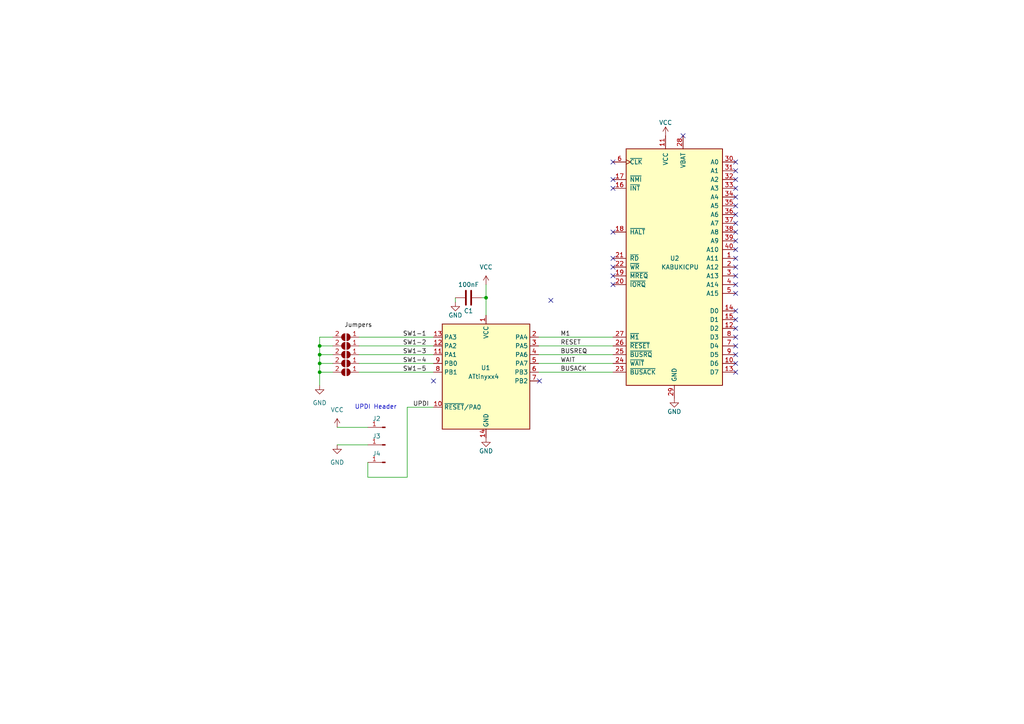
<source format=kicad_sch>
(kicad_sch (version 20231120) (generator "eeschema") (generator_version "8.0")
  (paper "A4")
  (title_block (title "OpenKey Kabuki CR") (date "${REV}") (rev "${REV}"))
  (lib_symbols
    (symbol "Connector:Conn_01x01_Male" (pin_names (offset 1.016) hide)
      (property "Reference" "J" (at 0 2.54 0))
      (property "Value" "Conn_01x01_Male" (at 0 -2.54 0))
      (symbol "Conn_01x01_Male_1_1"
        (polyline (pts (xy 1.27 0) (xy 0.8636 0)) (stroke (width 0.1524)))
        (rectangle (start 0.8636 0.127) (end 0 -0.127) (stroke (width 0.1524)) (fill (type outline)))
        (pin passive line (at 5.08 0 180) (length 3.81) (name "Pin_1") (number "1"))
      )
    )
    (symbol "Device:C" (pin_numbers hide) (pin_names (offset 0.254))
      (property "Reference" "C" (at 0.635 2.54 0))
      (property "Value" "C" (at 0.635 -2.54 0))
      (symbol "C_0_1"
        (polyline (pts (xy -2.032 -0.762) (xy 2.032 -0.762)) (stroke (width 0.508)))
        (polyline (pts (xy -2.032 0.762) (xy 2.032 0.762)) (stroke (width 0.508)))
      )
      (symbol "C_1_1"
        (pin passive line (at 0 3.81 270) (length 2.794) (name "~") (number "1"))
        (pin passive line (at 0 -3.81 90) (length 2.794) (name "~") (number "2"))
      )
    )
    (symbol "Jumper:SolderJumper_2_Open" (pin_names (offset 0) hide)
      (property "Reference" "JP" (at 0 2.032 0))
      (property "Value" "SolderJumper_2_Open" (at 0 -2.54 0))
      (symbol "SolderJumper_2_Open_0_1"
        (arc (start -0.254 1.016) (mid -1.2656 0) (end -0.254 -1.016))
        (arc (start -0.254 1.016) (mid -1.2656 0) (end -0.254 -1.016) (fill (type outline)))
        (polyline (pts (xy -0.254 1.016) (xy -0.254 -1.016)))
        (polyline (pts (xy 0.254 1.016) (xy 0.254 -1.016)))
        (arc (start 0.254 -1.016) (mid 1.2656 0) (end 0.254 1.016))
        (arc (start 0.254 -1.016) (mid 1.2656 0) (end 0.254 1.016) (fill (type outline)))
      )
      (symbol "SolderJumper_2_Open_1_1"
        (pin passive line (at -3.81 0 0) (length 2.54) (name "A") (number "1"))
        (pin passive line (at 3.81 0 180) (length 2.54) (name "B") (number "2"))
      )
    )
    (symbol "openkey:ATtiny4x4"
      (property "Reference" "U" (at -12.7 16.51 0))
      (property "Value" "ATtiny4x4" (at 2.54 -16.51 0))
      (symbol "ATtiny4x4_0_1"
        (rectangle (start -12.7 -15.24) (end 12.7 15.24) (stroke (width 0.254)) (fill (type background)))
      )
      (symbol "ATtiny4x4_1_1"
        (pin power_in line (at 0 17.78 270) (length 2.54) (name "VCC") (number "1"))
        (pin bidirectional line (at 15.24 -8.89 180) (length 2.54) (name "~{RESET}/PA0") (number "10"))
        (pin bidirectional line (at 15.24 6.35 180) (length 2.54) (name "PA1") (number "11"))
        (pin bidirectional line (at 15.24 8.89 180) (length 2.54) (name "PA2") (number "12"))
        (pin bidirectional line (at 15.24 11.43 180) (length 2.54) (name "PA3") (number "13"))
        (pin power_in line (at 0 -17.78 90) (length 2.54) (name "GND") (number "14"))
        (pin bidirectional line (at -15.24 11.43 0) (length 2.54) (name "PA4") (number "2"))
        (pin bidirectional line (at -15.24 8.89 0) (length 2.54) (name "PA5") (number "3"))
        (pin bidirectional line (at -15.24 6.35 0) (length 2.54) (name "PA6") (number "4"))
        (pin bidirectional line (at -15.24 3.81 0) (length 2.54) (name "PA7") (number "5"))
        (pin bidirectional line (at -15.24 1.27 0) (length 2.54) (name "PB3") (number "6"))
        (pin bidirectional line (at -15.24 -1.27 0) (length 2.54) (name "PB2") (number "7"))
        (pin bidirectional line (at 15.24 1.27 180) (length 2.54) (name "PB1") (number "8"))
        (pin bidirectional line (at 15.24 3.81 180) (length 2.54) (name "PB0") (number "9"))
      )
    )
    (symbol "openkey:KABUKICPU" (pin_names (offset 1.016))
      (property "Reference" "U" (at -13.97 35.56 0))
      (property "Value" "KABUKICPU" (at 6.35 35.56 0))
      (symbol "KABUKICPU_0_1"
        (rectangle (start -13.97 34.29) (end 13.97 -34.29) (stroke (width 0.254)) (fill (type background)))
      )
      (symbol "KABUKICPU_1_1"
        (pin output line (at 17.78 2.54 180) (length 3.81) (name "A11") (number "1"))
        (pin bidirectional line (at 17.78 -27.94 180) (length 3.81) (name "D6") (number "10"))
        (pin power_in line (at -2.54 38.1 270) (length 3.81) (name "VCC") (number "11"))
        (pin bidirectional line (at 17.78 -17.78 180) (length 3.81) (name "D2") (number "12"))
        (pin bidirectional line (at 17.78 -30.48 180) (length 3.81) (name "D7") (number "13"))
        (pin bidirectional line (at 17.78 -12.7 180) (length 3.81) (name "D0") (number "14"))
        (pin bidirectional line (at 17.78 -15.24 180) (length 3.81) (name "D1") (number "15"))
        (pin input line (at -17.78 22.86 0) (length 3.81) (name "~{INT}") (number "16"))
        (pin input line (at -17.78 25.4 0) (length 3.81) (name "~{NMI}") (number "17"))
        (pin output line (at -17.78 10.16 0) (length 3.81) (name "~{HALT}") (number "18"))
        (pin output line (at -17.78 -2.54 0) (length 3.81) (name "~{MREQ}") (number "19"))
        (pin output line (at 17.78 0 180) (length 3.81) (name "A12") (number "2"))
        (pin output line (at -17.78 -5.08 0) (length 3.81) (name "~{IORQ}") (number "20"))
        (pin output line (at -17.78 2.54 0) (length 3.81) (name "~{RD}") (number "21"))
        (pin output line (at -17.78 0 0) (length 3.81) (name "~{WR}") (number "22"))
        (pin output line (at -17.78 -30.48 0) (length 3.81) (name "~{BUSACK}") (number "23"))
        (pin input line (at -17.78 -27.94 0) (length 3.81) (name "~{WAIT}") (number "24"))
        (pin input line (at -17.78 -25.4 0) (length 3.81) (name "~{BUSRQ}") (number "25"))
        (pin input line (at -17.78 -22.86 0) (length 3.81) (name "~{RESET}") (number "26"))
        (pin output line (at -17.78 -20.32 0) (length 3.81) (name "~{M1}") (number "27"))
        (pin power_in line (at 2.54 38.1 270) (length 3.81) (name "VBAT") (number "28"))
        (pin power_in line (at 0 -38.1 90) (length 3.81) (name "GND") (number "29"))
        (pin output line (at 17.78 -2.54 180) (length 3.81) (name "A13") (number "3"))
        (pin output line (at 17.78 30.48 180) (length 3.81) (name "A0") (number "30"))
        (pin output line (at 17.78 27.94 180) (length 3.81) (name "A1") (number "31"))
        (pin output line (at 17.78 25.4 180) (length 3.81) (name "A2") (number "32"))
        (pin output line (at 17.78 22.86 180) (length 3.81) (name "A3") (number "33"))
        (pin output line (at 17.78 20.32 180) (length 3.81) (name "A4") (number "34"))
        (pin output line (at 17.78 17.78 180) (length 3.81) (name "A5") (number "35"))
        (pin output line (at 17.78 15.24 180) (length 3.81) (name "A6") (number "36"))
        (pin output line (at 17.78 12.7 180) (length 3.81) (name "A7") (number "37"))
        (pin output line (at 17.78 10.16 180) (length 3.81) (name "A8") (number "38"))
        (pin output line (at 17.78 7.62 180) (length 3.81) (name "A9") (number "39"))
        (pin output line (at 17.78 -5.08 180) (length 3.81) (name "A14") (number "4"))
        (pin output line (at 17.78 5.08 180) (length 3.81) (name "A10") (number "40"))
        (pin output line (at 17.78 -7.62 180) (length 3.81) (name "A15") (number "5"))
        (pin input clock (at -17.78 30.48 0) (length 3.81) (name "~{CLK}") (number "6"))
        (pin bidirectional line (at 17.78 -22.86 180) (length 3.81) (name "D4") (number "7"))
        (pin bidirectional line (at 17.78 -20.32 180) (length 3.81) (name "D3") (number "8"))
        (pin bidirectional line (at 17.78 -25.4 180) (length 3.81) (name "D5") (number "9"))
      )
    )
    (symbol "power:GND" (power) (pin_names (offset 0))
      (property "Value" "GND" (at 0 -3.81 0))
      (symbol "GND_0_1"
        (polyline (pts (xy 0 0) (xy 0 -1.27) (xy 1.27 -1.27) (xy 0 -2.54) (xy -1.27 -1.27) (xy 0 -1.27)))
      )
      (symbol "GND_1_1"
        (pin power_in line (at 0 0 270) (length 0) hide (name "GND") (number "1"))
      )
    )
    (symbol "power:VCC" (power) (pin_names (offset 0))
      (property "Value" "VCC" (at 0 3.81 0))
      (symbol "VCC_0_1"
        (polyline (pts (xy -0.762 1.27) (xy 0 2.54)))
        (polyline (pts (xy 0 0) (xy 0 2.54)))
        (polyline (pts (xy 0 2.54) (xy 0.762 1.27)))
      )
      (symbol "VCC_1_1"
        (pin power_in line (at 0 0 90) (length 0) hide (name "VCC") (number "1"))
      )
    )
  )
  (junction (at 92.71 107.95))
  (junction (at 92.71 105.41))
  (junction (at 92.71 100.33))
  (junction (at 92.71 102.87))
  (junction (at 140.97 86.36))
  (no_connect (at 159.766 87.122))
  (no_connect (at 156.464 110.49))
  (no_connect (at 177.8 77.47))
  (no_connect (at 177.8 82.55))
  (no_connect (at 177.8 52.07))
  (no_connect (at 177.8 46.99))
  (no_connect (at 177.8 67.31))
  (no_connect (at 198.12 39.37))
  (no_connect (at 177.8 80.01))
  (no_connect (at 125.73 110.49))
  (no_connect (at 177.8 74.93))
  (no_connect (at 177.8 54.61))
  (no_connect (at 213.36 54.61))
  (no_connect (at 213.36 102.87))
  (no_connect (at 213.36 105.41))
  (no_connect (at 213.36 107.95))
  (no_connect (at 213.36 46.99))
  (no_connect (at 213.36 49.53))
  (no_connect (at 213.36 52.07))
  (no_connect (at 213.36 57.15))
  (no_connect (at 213.36 59.69))
  (no_connect (at 213.36 62.23))
  (no_connect (at 213.36 64.77))
  (no_connect (at 213.36 67.31))
  (no_connect (at 213.36 72.39))
  (no_connect (at 213.36 69.85))
  (no_connect (at 213.36 74.93))
  (no_connect (at 213.36 77.47))
  (no_connect (at 213.36 80.01))
  (no_connect (at 213.36 82.55))
  (no_connect (at 213.36 85.09))
  (no_connect (at 213.36 90.17))
  (no_connect (at 213.36 92.71))
  (no_connect (at 213.36 95.25))
  (no_connect (at 213.36 97.79))
  (no_connect (at 213.36 100.33))
  (wire (pts (xy 92.71 105.41) (xy 92.71 107.95)))
  (wire (pts (xy 96.52 107.95) (xy 92.71 107.95)))
  (wire (pts (xy 118.11 138.43) (xy 106.68 138.43)))
  (wire (pts (xy 156.21 102.87) (xy 177.8 102.87)))
  (wire (pts (xy 96.52 97.79) (xy 92.71 97.79)))
  (wire (pts (xy 104.14 97.79) (xy 125.73 97.79)))
  (wire (pts (xy 156.21 97.79) (xy 177.8 97.79)))
  (wire (pts (xy 139.7 86.36) (xy 140.97 86.36)))
  (wire (pts (xy 96.52 102.87) (xy 92.71 102.87)))
  (wire (pts (xy 140.97 86.36) (xy 140.97 91.44)))
  (wire (pts (xy 96.52 105.41) (xy 92.71 105.41)))
  (wire (pts (xy 118.11 118.11) (xy 118.11 138.43)))
  (wire (pts (xy 156.21 107.95) (xy 177.8 107.95)))
  (wire (pts (xy 104.14 105.41) (xy 125.73 105.41)))
  (wire (pts (xy 92.71 100.33) (xy 92.71 102.87)))
  (wire (pts (xy 156.21 100.33) (xy 177.8 100.33)))
  (wire (pts (xy 92.71 102.87) (xy 92.71 105.41)))
  (wire (pts (xy 106.68 134.112) (xy 106.68 138.43)))
  (wire (pts (xy 125.73 118.11) (xy 118.11 118.11)))
  (wire (pts (xy 104.14 100.33) (xy 125.73 100.33)))
  (wire (pts (xy 132.08 86.36) (xy 132.08 87.63)))
  (wire (pts (xy 104.14 102.87) (xy 125.73 102.87)))
  (wire (pts (xy 97.79 123.952) (xy 106.68 123.952)))
  (wire (pts (xy 92.71 97.79) (xy 92.71 100.33)))
  (wire (pts (xy 140.97 82.55) (xy 140.97 86.36)))
  (wire (pts (xy 92.71 107.95) (xy 92.71 111.76)))
  (wire (pts (xy 96.52 100.33) (xy 92.71 100.33)))
  (wire (pts (xy 97.79 129.032) (xy 106.68 129.032)))
  (wire (pts (xy 156.21 105.41) (xy 177.8 105.41)))
  (wire (pts (xy 104.14 107.95) (xy 125.73 107.95)))
  (text "UPDI Header" (at 102.87 118.872 0) (effects (font (size 1.27 1.27)) (justify left bottom)))
  (label "BUSREQ" (at 162.56 102.87 0))
  (label "BUSACK" (at 162.56 107.95 0))
  (label "UPDI" (at 124.46 118.11 180))
  (label "RESET" (at 162.56 100.33 0))
  (label "SW1-5" (at 116.84 107.95 0))
  (label "SW1-4" (at 116.84 105.41 0))
  (label "SW1-3" (at 116.84 102.87 0))
  (label "M1" (at 162.56 97.79 0))
  (label "Jumpers" (at 107.95 95.25 180))
  (label "SW1-1" (at 116.84 97.79 0))
  (label "SW1-2" (at 116.84 100.33 0))
  (label "WAIT" (at 162.56 105.41 0))
  (symbol (lib_id "power:VCC") (at 193.04 39.37 0) (unit 1)
    (property "Reference" "#PWR0101" (effects (hide yes)))
    (property "Value" "VCC" (at 193.04 35.56 0))
  )
  (symbol (lib_id "power:GND") (at 195.58 115.57 0) (unit 1)
    (property "Reference" "#PWR0102" (effects (hide yes)))
    (property "Value" "GND" (at 195.58 119.38 0))
  )
  (symbol (lib_id "power:VCC") (at 140.97 82.55 0) (unit 1)
    (property "Reference" "#PWR0106" (effects (hide yes)))
    (property "Value" "VCC" (at 140.97 77.47 0))
  )
  (symbol (lib_id "Jumper:SolderJumper_2_Open") (at 100.33 105.41 0) (mirror y) (unit 1)
    (property "Reference" "JP4" (effects (hide yes)))
    (property "Value" "SolderJumper_2_Open" (effects (hide yes)))
    (property "Footprint" "Jumper:SolderJumper-2_P1.3mm_Open_RoundedPad1.0x1.5mm" (effects (hide yes)))
  )
  (symbol (lib_id "power:VCC") (at 97.79 123.952 0) (unit 1)
    (property "Reference" "#PWR01" (effects (hide yes)))
    (property "Value" "VCC" (at 97.79 118.872 0))
  )
  (symbol (lib_id "openkey:ATtiny4x4") (at 140.97 109.22 0) (mirror y) (unit 1)
    (property "Reference" "U1" (at 142.24 106.68 0) (effects (justify left)))
    (property "Value" "ATtinyxx4" (at 144.78 109.22 0) (effects (justify left)))
    (property "Footprint" "openkey:SOIC-14_3.9x8.7mm_P1.27mm" (effects (hide yes)))
    (property "Datasheet" "http://ww1.microchip.com/downloads/en/DeviceDoc/50002687A.pdf" (effects (hide yes)))
  )
  (symbol (lib_id "power:GND") (at 97.79 129.032 0) (unit 1)
    (property "Reference" "#PWR02" (effects (hide yes)))
    (property "Value" "GND" (at 97.79 134.112 0))
  )
  (symbol (lib_id "Connector:Conn_01x01_Male") (at 111.76 134.112 0) (mirror y) (unit 1)
    (property "Reference" "J4" (at 109.22 131.572 0))
    (property "Value" "J5 / UDPI" (effects (hide yes)))
    (property "Footprint" "TestPoint:TestPoint_Pad_D1.5mm" (effects (hide yes)))
  )
  (symbol (lib_id "power:GND") (at 140.97 127 0) (unit 1)
    (property "Reference" "#PWR0105" (effects (hide yes)))
    (property "Value" "GND" (at 140.97 130.81 0))
  )
  (symbol (lib_id "Connector:Conn_01x01_Male") (at 111.76 129.032 0) (mirror y) (unit 1)
    (property "Reference" "J3" (at 109.22 126.492 0))
    (property "Value" "GND" (effects (hide yes)))
    (property "Footprint" "TestPoint:TestPoint_Pad_D1.5mm" (effects (hide yes)))
  )
  (symbol (lib_id "Jumper:SolderJumper_2_Open") (at 100.33 107.95 0) (mirror y) (unit 1)
    (property "Reference" "JP5" (effects (hide yes)))
    (property "Value" "SolderJumper_2_Open" (effects (hide yes)))
    (property "Footprint" "Jumper:SolderJumper-2_P1.3mm_Open_RoundedPad1.0x1.5mm" (effects (hide yes)))
  )
  (symbol (lib_id "openkey:KABUKICPU") (at 195.58 77.47 0) (unit 1)
    (property "Reference" "U2" (at 194.31 74.93 0) (effects (justify left)))
    (property "Value" "KABUKICPU" (at 191.77 77.47 0) (effects (justify left)))
    (property "Footprint" "openkey:DIP-40_W15.24mm_Socket_Wide_Holes" (effects (hide yes)))
    (property "Datasheet" "www.zilog.com/manage_directlink.php?filepath=docs/z80/um0080" (effects (hide yes)))
  )
  (symbol (lib_id "Jumper:SolderJumper_2_Open") (at 100.33 97.79 0) (mirror y) (unit 1)
    (property "Reference" "JP1" (effects (hide yes)))
    (property "Value" "SolderJumper_2_Open" (effects (hide yes)))
    (property "Footprint" "Jumper:SolderJumper-2_P1.3mm_Open_RoundedPad1.0x1.5mm" (effects (hide yes)))
  )
  (symbol (lib_id "Connector:Conn_01x01_Male") (at 111.76 123.952 0) (mirror y) (unit 1)
    (property "Reference" "J2" (at 109.22 121.412 0))
    (property "Value" "VCC" (effects (hide yes)))
    (property "Footprint" "TestPoint:TestPoint_Pad_D1.5mm" (effects (hide yes)))
  )
  (symbol (lib_id "power:GND") (at 92.71 111.76 0) (mirror y) (unit 1)
    (property "Reference" "#PWR03" (effects (hide yes)))
    (property "Value" "GND" (at 92.71 116.84 0))
  )
  (symbol (lib_id "power:GND") (at 132.08 87.63 0) (unit 1)
    (property "Reference" "#PWR0107" (effects (hide yes)))
    (property "Value" "GND" (at 132.08 91.44 0))
  )
  (symbol (lib_id "Device:C") (at 135.89 86.36 270) (unit 1)
    (property "Reference" "C1" (at 135.89 90.17 90))
    (property "Value" "100nF" (at 135.89 82.55 90))
    (property "Footprint" "openkey:C_0805_2012Metric_Pad1.18x1.45mm_HandSolder" (effects (hide yes)))
  )
  (symbol (lib_id "Jumper:SolderJumper_2_Open") (at 100.33 102.87 0) (mirror y) (unit 1)
    (property "Reference" "JP3" (effects (hide yes)))
    (property "Value" "SolderJumper_2_Open" (effects (hide yes)))
    (property "Footprint" "Jumper:SolderJumper-2_P1.3mm_Open_RoundedPad1.0x1.5mm" (effects (hide yes)))
  )
  (symbol (lib_id "Jumper:SolderJumper_2_Open") (at 100.33 100.33 0) (mirror y) (unit 1)
    (property "Reference" "JP2" (effects (hide yes)))
    (property "Value" "SolderJumper_2_Open" (effects (hide yes)))
    (property "Footprint" "Jumper:SolderJumper-2_P1.3mm_Open_RoundedPad1.0x1.5mm" (effects (hide yes)))
  )
)
</source>
